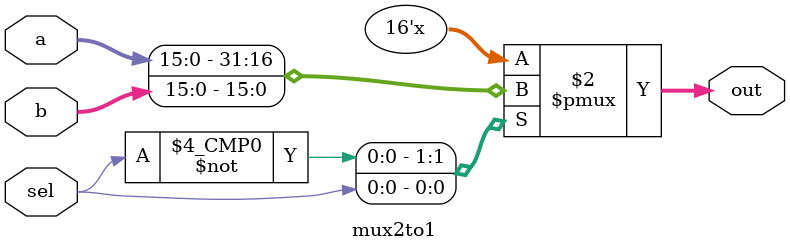
<source format=v>
module mux2to1 (a,b,sel,out); 
	input [15:0] a,b;
	input sel;
	output reg [15:0] out;
	
	always @(*) begin 
		case(sel)
			1'b0: out = a; //0
			1'b1: out = b; //1
		endcase
	end 
endmodule
</source>
